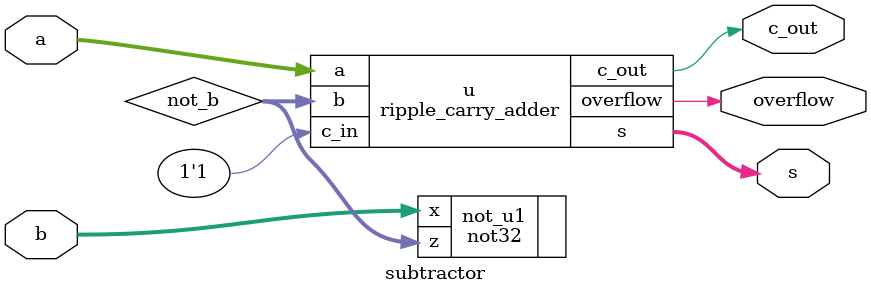
<source format=sv>
`default_nettype wire
`timescale 1ns/1ps
module half_adder 
    (
        input logic a,b,
        output logic s,c
    );

    xor s_out (s, a, b);
    and c_out (c, a, b);

endmodule

//  xvlog -sv source/adder.sv tb/adder_tb.sv
//  xelab half_adder_tb -s half_adder_tb_sim -debug typical
//  xsim half_adder_tb_sim -R

module full_adder
    (
        input logic a,b,c_in,
        output logic s, c_out
    );

    logic xor_ab, and_ab, xor_ab_and_cin;

    xor u1 (xor_ab, a, b);
    and u2 (and_ab, a, b);

    xor u3 (s, xor_ab, c_in);
    and u4 (xor_ab_and_cin, xor_ab, c_in);

    or u5 (c_out, xor_ab_and_cin, and_ab);
    
endmodule

//  xvlog -sv source/adder.sv tb/adder_tb.sv
//  xelab full_adder_tb -s full_adder_tb_sim -debug typical
//  xsim full_adder_tb_sim -R

module ripple_carry_adder
    (
        input logic [31:0] a,
        input logic [31:0] b,
        input logic c_in,
        
        output logic [31:0] s,
        output logic c_out,
        output logic overflow

    );

    logic [32:0] carry;

    assign carry[0] = c_in;

    genvar i;
    generate 
        for (i = 0; i<32; i=i+1) begin: gen_add
            full_adder fa_i (
                .a (a[i]),
                .b (b[i]),
                .c_in (carry[i]),
                .s (s[i]),
                .c_out (carry[i+1])
            );
        end
    endgenerate

    assign c_out = carry[32];
    xor u1 (overflow, carry[31], carry[32]);

endmodule

//  xvlog -sv source/adder.sv tb/adder_tb.sv
//  xelab adder_tb -s adderatb_sim -debug typical
//  xsim adder_tb_sim -R

module adder
    (
        input logic [31:0] a,
        input logic [31:0] b,

        output logic [31:0] s,
        output logic c_out,
        output logic overflow
    );

    ripple_carry_adder u (
        .a (a[31:0]),
        .b (b[31:0]),
        .c_in(1'b0),
        .s (s[31:0]),
        .c_out (c_out),
        .overflow (overflow)
    );

endmodule

//  xvlog -sv source/adder.sv tb/adder_tb.sv
//  xelab adder_tb -s adderatb_sim -debug typical
//  xsim adder_tb_sim -R

module subtractor
    (
        input logic [31:0] a,
        input logic [31:0] b,

        output logic [31:0] s,
        output logic c_out,
        output logic overflow
    );

    logic [31:0] not_b;
    logic adder_out, adder_overflow;

    not32 not_u1 (
        .x(b),
        .z(not_b)
    );
    
    ripple_carry_adder u (
        .a (a),
        .b (not_b),
        .c_in(1'b1),
        .s (s[31:0]),
        .c_out (c_out),
        .overflow (overflow)
    );

    // not u1 (c_out, adder_out);

    // // Flags for subtraction:
    // assign borrow   = ~adder_out;                       // subtract borrow
    // assign overflow = (a[31] ^ b[31]) & (a[31] ^ s[31]); // subtract overflow

endmodule

//  xvlog -sv source/not32.sv source/adder.sv tb/adder_tb.sv
//  xelab adder_subtractor_tb -s adder_subtractor_tb_sim -debug typical
//  xsim adder_subtractor_tb_sim -R

`default_nettype wire
</source>
